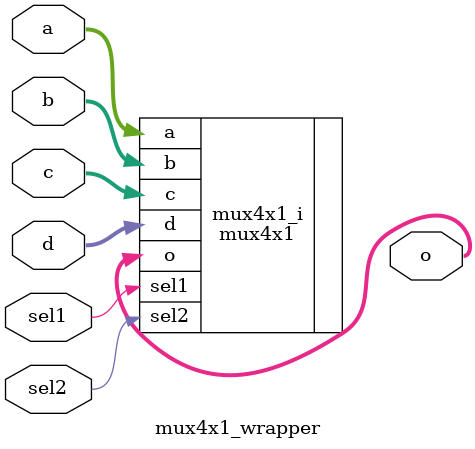
<source format=v>
`timescale 1 ps / 1 ps

module mux4x1_wrapper
   (a,
    b,
    c,
    d,
    o,
    sel1,
    sel2);
  input [2:0]a;
  input [2:0]b;
  input [2:0]c;
  input [2:0]d;
  output [2:0]o;
  input sel1;
  input sel2;

  wire [2:0]a;
  wire [2:0]b;
  wire [2:0]c;
  wire [2:0]d;
  wire [2:0]o;
  wire sel1;
  wire sel2;

  mux4x1 mux4x1_i
       (.a(a),
        .b(b),
        .c(c),
        .d(d),
        .o(o),
        .sel1(sel1),
        .sel2(sel2));
endmodule

</source>
